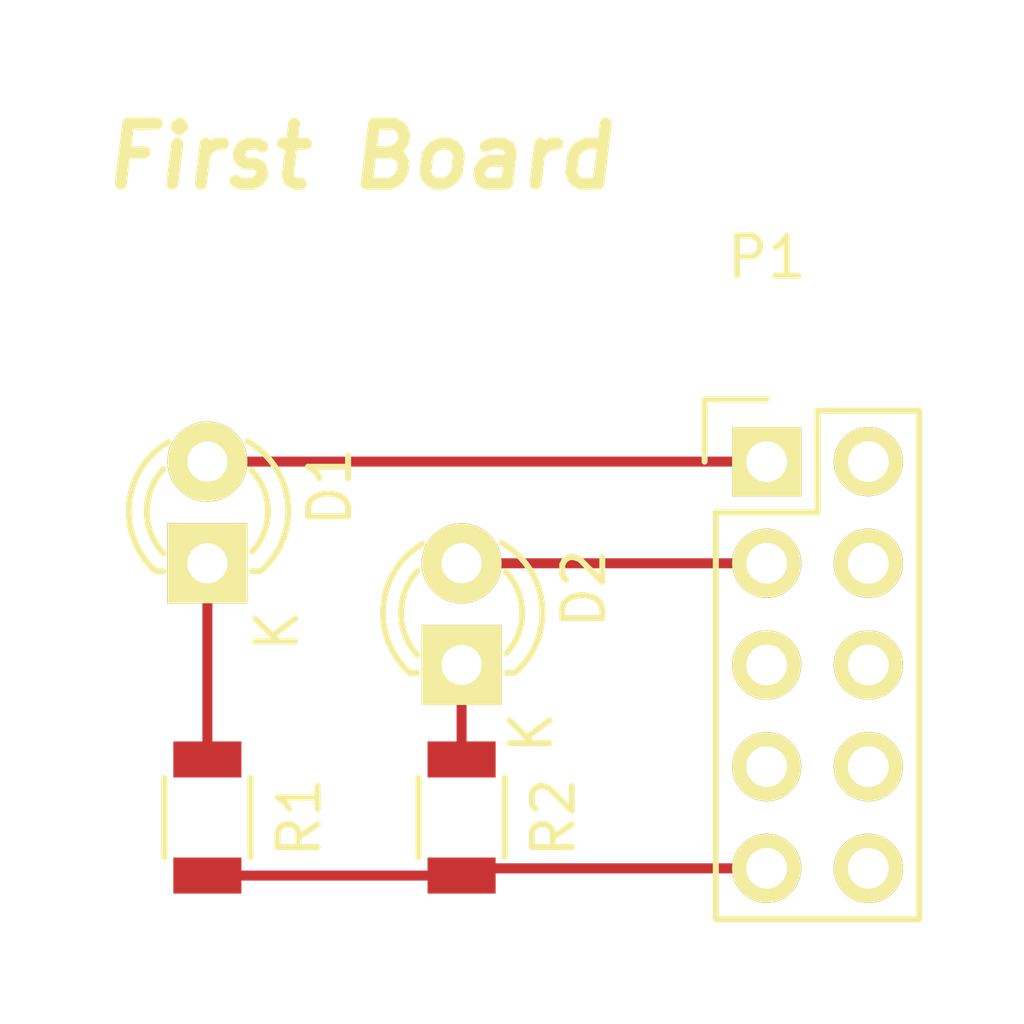
<source format=kicad_pcb>
(kicad_pcb (version 4) (host pcbnew 4.0.2+dfsg1-stable)

  (general
    (links 6)
    (no_connects 0)
    (area 157.379999 68.479999 182.980001 94.080001)
    (thickness 1.6)
    (drawings 5)
    (tracks 7)
    (zones 0)
    (modules 5)
    (nets 13)
  )

  (page A4)
  (layers
    (0 F.Cu signal)
    (31 B.Cu signal)
    (32 B.Adhes user)
    (33 F.Adhes user)
    (34 B.Paste user)
    (35 F.Paste user)
    (36 B.SilkS user)
    (37 F.SilkS user)
    (38 B.Mask user)
    (39 F.Mask user)
    (40 Dwgs.User user)
    (41 Cmts.User user)
    (42 Eco1.User user)
    (43 Eco2.User user)
    (44 Edge.Cuts user)
    (45 Margin user)
    (46 B.CrtYd user)
    (47 F.CrtYd user)
    (48 B.Fab user)
    (49 F.Fab user)
  )

  (setup
    (last_trace_width 0.25)
    (trace_clearance 0.2)
    (zone_clearance 0.508)
    (zone_45_only no)
    (trace_min 0.2)
    (segment_width 0.2)
    (edge_width 0.15)
    (via_size 0.6)
    (via_drill 0.4)
    (via_min_size 0.4)
    (via_min_drill 0.3)
    (uvia_size 0.3)
    (uvia_drill 0.1)
    (uvias_allowed no)
    (uvia_min_size 0.2)
    (uvia_min_drill 0.1)
    (pcb_text_width 0.3)
    (pcb_text_size 1.5 1.5)
    (mod_edge_width 0.15)
    (mod_text_size 1 1)
    (mod_text_width 0.15)
    (pad_size 1.524 1.524)
    (pad_drill 0.762)
    (pad_to_mask_clearance 0.2)
    (aux_axis_origin 0 0)
    (visible_elements FFFFFF7F)
    (pcbplotparams
      (layerselection 0x00030_80000001)
      (usegerberextensions false)
      (excludeedgelayer true)
      (linewidth 0.100000)
      (plotframeref false)
      (viasonmask false)
      (mode 1)
      (useauxorigin false)
      (hpglpennumber 1)
      (hpglpenspeed 20)
      (hpglpendiameter 15)
      (hpglpenoverlay 2)
      (psnegative false)
      (psa4output false)
      (plotreference true)
      (plotvalue true)
      (plotinvisibletext false)
      (padsonsilk false)
      (subtractmaskfromsilk false)
      (outputformat 1)
      (mirror false)
      (drillshape 1)
      (scaleselection 1)
      (outputdirectory ""))
  )

  (net 0 "")
  (net 1 "Net-(D1-Pad1)")
  (net 2 "Net-(D1-Pad2)")
  (net 3 "Net-(D2-Pad1)")
  (net 4 "Net-(D2-Pad2)")
  (net 5 "Net-(P1-Pad2)")
  (net 6 "Net-(P1-Pad4)")
  (net 7 "Net-(P1-Pad5)")
  (net 8 "Net-(P1-Pad6)")
  (net 9 "Net-(P1-Pad7)")
  (net 10 "Net-(P1-Pad8)")
  (net 11 "Net-(P1-Pad9)")
  (net 12 "Net-(P1-Pad10)")

  (net_class Default "This is the default net class."
    (clearance 0.2)
    (trace_width 0.25)
    (via_dia 0.6)
    (via_drill 0.4)
    (uvia_dia 0.3)
    (uvia_drill 0.1)
    (add_net "Net-(D1-Pad1)")
    (add_net "Net-(D1-Pad2)")
    (add_net "Net-(D2-Pad1)")
    (add_net "Net-(D2-Pad2)")
    (add_net "Net-(P1-Pad10)")
    (add_net "Net-(P1-Pad2)")
    (add_net "Net-(P1-Pad4)")
    (add_net "Net-(P1-Pad5)")
    (add_net "Net-(P1-Pad6)")
    (add_net "Net-(P1-Pad7)")
    (add_net "Net-(P1-Pad8)")
    (add_net "Net-(P1-Pad9)")
  )

  (module LEDs:LED-3MM (layer F.Cu) (tedit 559B82F6) (tstamp 5C9746CF)
    (at 162.56 82.55 90)
    (descr "LED 3mm round vertical")
    (tags "LED  3mm round vertical")
    (path /5C9743F7)
    (fp_text reference D1 (at 1.91 3.06 90) (layer F.SilkS)
      (effects (font (size 1 1) (thickness 0.15)))
    )
    (fp_text value LED (at 1.3 -2.9 90) (layer F.Fab)
      (effects (font (size 1 1) (thickness 0.15)))
    )
    (fp_line (start -1.2 2.3) (end 3.8 2.3) (layer F.CrtYd) (width 0.05))
    (fp_line (start 3.8 2.3) (end 3.8 -2.2) (layer F.CrtYd) (width 0.05))
    (fp_line (start 3.8 -2.2) (end -1.2 -2.2) (layer F.CrtYd) (width 0.05))
    (fp_line (start -1.2 -2.2) (end -1.2 2.3) (layer F.CrtYd) (width 0.05))
    (fp_line (start -0.199 1.314) (end -0.199 1.114) (layer F.SilkS) (width 0.15))
    (fp_line (start -0.199 -1.28) (end -0.199 -1.1) (layer F.SilkS) (width 0.15))
    (fp_arc (start 1.301 0.034) (end -0.199 -1.286) (angle 108.5) (layer F.SilkS) (width 0.15))
    (fp_arc (start 1.301 0.034) (end 0.25 -1.1) (angle 85.7) (layer F.SilkS) (width 0.15))
    (fp_arc (start 1.311 0.034) (end 3.051 0.994) (angle 110) (layer F.SilkS) (width 0.15))
    (fp_arc (start 1.301 0.034) (end 2.335 1.094) (angle 87.5) (layer F.SilkS) (width 0.15))
    (fp_text user K (at -1.69 1.74 90) (layer F.SilkS)
      (effects (font (size 1 1) (thickness 0.15)))
    )
    (pad 1 thru_hole rect (at 0 0 180) (size 2 2) (drill 1.00076) (layers *.Cu *.Mask F.SilkS)
      (net 1 "Net-(D1-Pad1)"))
    (pad 2 thru_hole circle (at 2.54 0 90) (size 2 2) (drill 1.00076) (layers *.Cu *.Mask F.SilkS)
      (net 2 "Net-(D1-Pad2)"))
    (model LEDs.3dshapes/LED-3MM.wrl
      (at (xyz 0.05 0 0))
      (scale (xyz 1 1 1))
      (rotate (xyz 0 0 90))
    )
  )

  (module LEDs:LED-3MM (layer F.Cu) (tedit 559B82F6) (tstamp 5C9746D5)
    (at 168.91 85.09 90)
    (descr "LED 3mm round vertical")
    (tags "LED  3mm round vertical")
    (path /5C9744E9)
    (fp_text reference D2 (at 1.91 3.06 90) (layer F.SilkS)
      (effects (font (size 1 1) (thickness 0.15)))
    )
    (fp_text value LED (at 1.3 -2.9 90) (layer F.Fab)
      (effects (font (size 1 1) (thickness 0.15)))
    )
    (fp_line (start -1.2 2.3) (end 3.8 2.3) (layer F.CrtYd) (width 0.05))
    (fp_line (start 3.8 2.3) (end 3.8 -2.2) (layer F.CrtYd) (width 0.05))
    (fp_line (start 3.8 -2.2) (end -1.2 -2.2) (layer F.CrtYd) (width 0.05))
    (fp_line (start -1.2 -2.2) (end -1.2 2.3) (layer F.CrtYd) (width 0.05))
    (fp_line (start -0.199 1.314) (end -0.199 1.114) (layer F.SilkS) (width 0.15))
    (fp_line (start -0.199 -1.28) (end -0.199 -1.1) (layer F.SilkS) (width 0.15))
    (fp_arc (start 1.301 0.034) (end -0.199 -1.286) (angle 108.5) (layer F.SilkS) (width 0.15))
    (fp_arc (start 1.301 0.034) (end 0.25 -1.1) (angle 85.7) (layer F.SilkS) (width 0.15))
    (fp_arc (start 1.311 0.034) (end 3.051 0.994) (angle 110) (layer F.SilkS) (width 0.15))
    (fp_arc (start 1.301 0.034) (end 2.335 1.094) (angle 87.5) (layer F.SilkS) (width 0.15))
    (fp_text user K (at -1.69 1.74 90) (layer F.SilkS)
      (effects (font (size 1 1) (thickness 0.15)))
    )
    (pad 1 thru_hole rect (at 0 0 180) (size 2 2) (drill 1.00076) (layers *.Cu *.Mask F.SilkS)
      (net 3 "Net-(D2-Pad1)"))
    (pad 2 thru_hole circle (at 2.54 0 90) (size 2 2) (drill 1.00076) (layers *.Cu *.Mask F.SilkS)
      (net 4 "Net-(D2-Pad2)"))
    (model LEDs.3dshapes/LED-3MM.wrl
      (at (xyz 0.05 0 0))
      (scale (xyz 1 1 1))
      (rotate (xyz 0 0 90))
    )
  )

  (module Pin_Headers:Pin_Header_Straight_2x05 (layer F.Cu) (tedit 0) (tstamp 5C9746E3)
    (at 176.53 80.01)
    (descr "Through hole pin header")
    (tags "pin header")
    (path /5C9745E5)
    (fp_text reference P1 (at 0 -5.1) (layer F.SilkS)
      (effects (font (size 1 1) (thickness 0.15)))
    )
    (fp_text value CONN_02X05 (at 0 -3.1) (layer F.Fab)
      (effects (font (size 1 1) (thickness 0.15)))
    )
    (fp_line (start -1.75 -1.75) (end -1.75 11.95) (layer F.CrtYd) (width 0.05))
    (fp_line (start 4.3 -1.75) (end 4.3 11.95) (layer F.CrtYd) (width 0.05))
    (fp_line (start -1.75 -1.75) (end 4.3 -1.75) (layer F.CrtYd) (width 0.05))
    (fp_line (start -1.75 11.95) (end 4.3 11.95) (layer F.CrtYd) (width 0.05))
    (fp_line (start 3.81 -1.27) (end 3.81 11.43) (layer F.SilkS) (width 0.15))
    (fp_line (start 3.81 11.43) (end -1.27 11.43) (layer F.SilkS) (width 0.15))
    (fp_line (start -1.27 11.43) (end -1.27 1.27) (layer F.SilkS) (width 0.15))
    (fp_line (start 3.81 -1.27) (end 1.27 -1.27) (layer F.SilkS) (width 0.15))
    (fp_line (start 0 -1.55) (end -1.55 -1.55) (layer F.SilkS) (width 0.15))
    (fp_line (start 1.27 -1.27) (end 1.27 1.27) (layer F.SilkS) (width 0.15))
    (fp_line (start 1.27 1.27) (end -1.27 1.27) (layer F.SilkS) (width 0.15))
    (fp_line (start -1.55 -1.55) (end -1.55 0) (layer F.SilkS) (width 0.15))
    (pad 1 thru_hole rect (at 0 0) (size 1.7272 1.7272) (drill 1.016) (layers *.Cu *.Mask F.SilkS)
      (net 2 "Net-(D1-Pad2)"))
    (pad 2 thru_hole oval (at 2.54 0) (size 1.7272 1.7272) (drill 1.016) (layers *.Cu *.Mask F.SilkS)
      (net 5 "Net-(P1-Pad2)"))
    (pad 3 thru_hole oval (at 0 2.54) (size 1.7272 1.7272) (drill 1.016) (layers *.Cu *.Mask F.SilkS)
      (net 4 "Net-(D2-Pad2)"))
    (pad 4 thru_hole oval (at 2.54 2.54) (size 1.7272 1.7272) (drill 1.016) (layers *.Cu *.Mask F.SilkS)
      (net 6 "Net-(P1-Pad4)"))
    (pad 5 thru_hole oval (at 0 5.08) (size 1.7272 1.7272) (drill 1.016) (layers *.Cu *.Mask F.SilkS)
      (net 7 "Net-(P1-Pad5)"))
    (pad 6 thru_hole oval (at 2.54 5.08) (size 1.7272 1.7272) (drill 1.016) (layers *.Cu *.Mask F.SilkS)
      (net 8 "Net-(P1-Pad6)"))
    (pad 7 thru_hole oval (at 0 7.62) (size 1.7272 1.7272) (drill 1.016) (layers *.Cu *.Mask F.SilkS)
      (net 9 "Net-(P1-Pad7)"))
    (pad 8 thru_hole oval (at 2.54 7.62) (size 1.7272 1.7272) (drill 1.016) (layers *.Cu *.Mask F.SilkS)
      (net 10 "Net-(P1-Pad8)"))
    (pad 9 thru_hole oval (at 0 10.16) (size 1.7272 1.7272) (drill 1.016) (layers *.Cu *.Mask F.SilkS)
      (net 11 "Net-(P1-Pad9)"))
    (pad 10 thru_hole oval (at 2.54 10.16) (size 1.7272 1.7272) (drill 1.016) (layers *.Cu *.Mask F.SilkS)
      (net 12 "Net-(P1-Pad10)"))
    (model Pin_Headers.3dshapes/Pin_Header_Straight_2x05.wrl
      (at (xyz 0.05 -0.2 0))
      (scale (xyz 1 1 1))
      (rotate (xyz 0 0 90))
    )
  )

  (module Resistors_SMD:R_1206 (layer F.Cu) (tedit 5415CFA7) (tstamp 5C9746E9)
    (at 162.56 88.9 270)
    (descr "Resistor SMD 1206, reflow soldering, Vishay (see dcrcw.pdf)")
    (tags "resistor 1206")
    (path /5C974519)
    (attr smd)
    (fp_text reference R1 (at 0 -2.3 270) (layer F.SilkS)
      (effects (font (size 1 1) (thickness 0.15)))
    )
    (fp_text value R (at 0 2.3 270) (layer F.Fab)
      (effects (font (size 1 1) (thickness 0.15)))
    )
    (fp_line (start -2.2 -1.2) (end 2.2 -1.2) (layer F.CrtYd) (width 0.05))
    (fp_line (start -2.2 1.2) (end 2.2 1.2) (layer F.CrtYd) (width 0.05))
    (fp_line (start -2.2 -1.2) (end -2.2 1.2) (layer F.CrtYd) (width 0.05))
    (fp_line (start 2.2 -1.2) (end 2.2 1.2) (layer F.CrtYd) (width 0.05))
    (fp_line (start 1 1.075) (end -1 1.075) (layer F.SilkS) (width 0.15))
    (fp_line (start -1 -1.075) (end 1 -1.075) (layer F.SilkS) (width 0.15))
    (pad 1 smd rect (at -1.45 0 270) (size 0.9 1.7) (layers F.Cu F.Paste F.Mask)
      (net 1 "Net-(D1-Pad1)"))
    (pad 2 smd rect (at 1.45 0 270) (size 0.9 1.7) (layers F.Cu F.Paste F.Mask)
      (net 11 "Net-(P1-Pad9)"))
    (model Resistors_SMD.3dshapes/R_1206.wrl
      (at (xyz 0 0 0))
      (scale (xyz 1 1 1))
      (rotate (xyz 0 0 0))
    )
  )

  (module Resistors_SMD:R_1206 (layer F.Cu) (tedit 5415CFA7) (tstamp 5C9746EF)
    (at 168.91 88.9 270)
    (descr "Resistor SMD 1206, reflow soldering, Vishay (see dcrcw.pdf)")
    (tags "resistor 1206")
    (path /5C97457F)
    (attr smd)
    (fp_text reference R2 (at 0 -2.3 270) (layer F.SilkS)
      (effects (font (size 1 1) (thickness 0.15)))
    )
    (fp_text value R (at 0 2.3 270) (layer F.Fab)
      (effects (font (size 1 1) (thickness 0.15)))
    )
    (fp_line (start -2.2 -1.2) (end 2.2 -1.2) (layer F.CrtYd) (width 0.05))
    (fp_line (start -2.2 1.2) (end 2.2 1.2) (layer F.CrtYd) (width 0.05))
    (fp_line (start -2.2 -1.2) (end -2.2 1.2) (layer F.CrtYd) (width 0.05))
    (fp_line (start 2.2 -1.2) (end 2.2 1.2) (layer F.CrtYd) (width 0.05))
    (fp_line (start 1 1.075) (end -1 1.075) (layer F.SilkS) (width 0.15))
    (fp_line (start -1 -1.075) (end 1 -1.075) (layer F.SilkS) (width 0.15))
    (pad 1 smd rect (at -1.45 0 270) (size 0.9 1.7) (layers F.Cu F.Paste F.Mask)
      (net 3 "Net-(D2-Pad1)"))
    (pad 2 smd rect (at 1.45 0 270) (size 0.9 1.7) (layers F.Cu F.Paste F.Mask)
      (net 11 "Net-(P1-Pad9)"))
    (model Resistors_SMD.3dshapes/R_1206.wrl
      (at (xyz 0 0 0))
      (scale (xyz 1 1 1))
      (rotate (xyz 0 0 0))
    )
  )

  (gr_text "First Board" (at 166.37 72.39) (layer F.SilkS)
    (effects (font (size 1.5 1.5) (thickness 0.3) italic))
  )
  (gr_line (start 182.88 93.98) (end 157.48 93.98) (angle 90) (layer F.Fab) (width 0.2))
  (gr_line (start 182.88 68.58) (end 182.88 93.98) (angle 90) (layer F.Fab) (width 0.2))
  (gr_line (start 157.48 68.58) (end 182.88 68.58) (angle 90) (layer F.Fab) (width 0.2))
  (gr_line (start 157.48 93.98) (end 157.48 68.58) (angle 90) (layer F.Fab) (width 0.2))

  (segment (start 162.56 87.45) (end 162.56 82.55) (width 0.25) (layer F.Cu) (net 1))
  (segment (start 176.53 80.01) (end 162.56 80.01) (width 0.25) (layer F.Cu) (net 2))
  (segment (start 168.91 87.45) (end 168.91 85.09) (width 0.25) (layer F.Cu) (net 3))
  (segment (start 176.53 82.55) (end 168.91 82.55) (width 0.25) (layer F.Cu) (net 4))
  (segment (start 162.56 90.35) (end 168.91 90.35) (width 0.25) (layer F.Cu) (net 11))
  (segment (start 176.53 90.17) (end 169.09 90.17) (width 0.25) (layer F.Cu) (net 11))
  (segment (start 169.09 90.17) (end 168.91 90.35) (width 0.25) (layer F.Cu) (net 11) (tstamp 5C974B1F))

)

</source>
